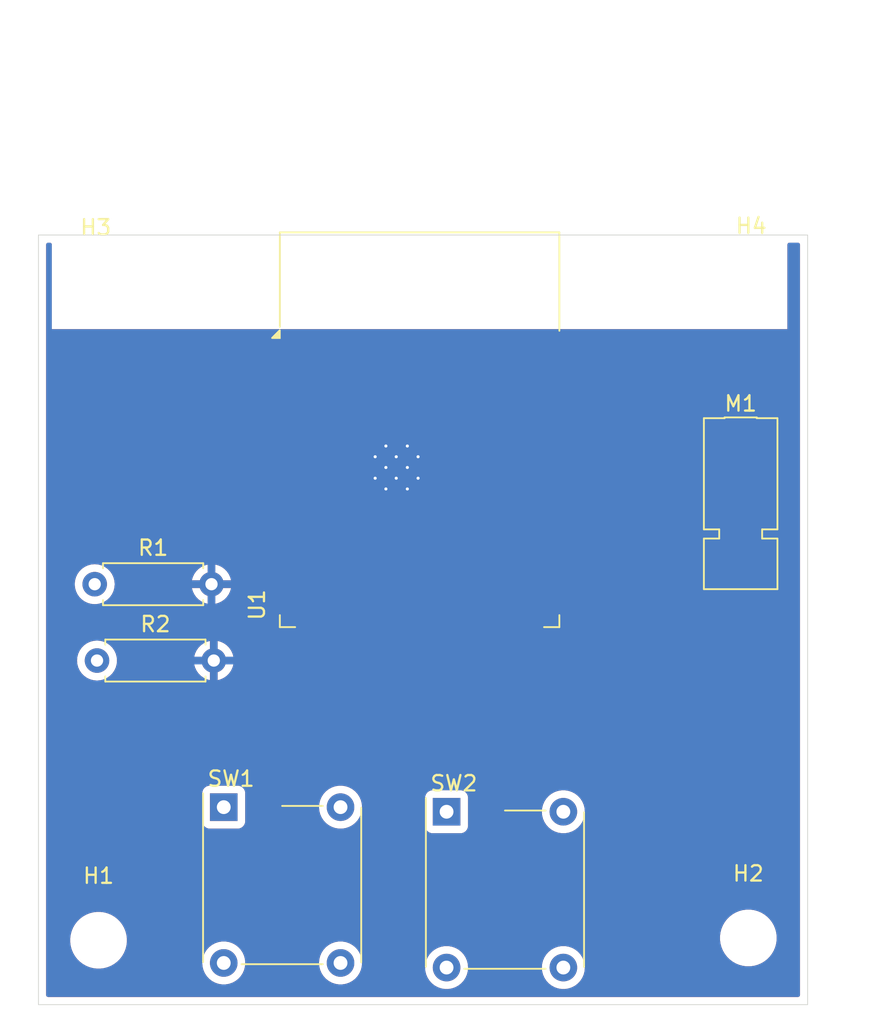
<source format=kicad_pcb>
(kicad_pcb (version 20241229) (generator "pcbnew") (generator_version "9.0")
  (layers (0 "F.Cu" signal) (2 "B.Cu" signal) (13 "F.Paste" user) (15 "B.Paste" user) (5 "F.SilkS" user "F.Silkscreen") (7 "B.SilkS" user "B.Silkscreen") (1 "F.Mask" user) (3 "B.Mask" user) (25 "Edge.Cuts" user))
  (net 0 "")
  (net 1 "/VIB_POS")
  (net 2 "GND")
  (net 3 "/INPUT_SW_1")
  (net 4 "/INPUT_SW_2")
  (net 31 "VCC")
  (footprint "Resistor_THT:R_Axial_DIN0207_L6.3mm_D2.5mm_P7.62mm_Horizontal" (layer "F.Cu") (at 121.28 92.37)
    (property "Reference" "R2" (at 3.81 -2.37 0) (layer "F.SilkS"))
    (property "Value" "18k")
    (fp_line (start 0.54 -1.37) (end 7.08 -1.37) (stroke (width 0.12)) (layer "F.SilkS"))
    (fp_line (start 0.54 -1.04) (end 0.54 -1.37) (stroke (width 0.12)) (layer "F.SilkS"))
    (fp_line (start 0.54 1.04) (end 0.54 1.37) (stroke (width 0.12)) (layer "F.SilkS"))
    (fp_line (start 0.54 1.37) (end 7.08 1.37) (stroke (width 0.12)) (layer "F.SilkS"))
    (fp_line (start 7.08 -1.37) (end 7.08 -1.04) (stroke (width 0.12)) (layer "F.SilkS"))
    (fp_line (start 7.08 1.37) (end 7.08 1.04) (stroke (width 0.12)) (layer "F.SilkS"))
    (pad "1" thru_hole circle (at 0 0) (size 1.6 1.6) (drill 0.8) (layers "*.Cu" "*.Mask") (net 4 "/INPUT_SW_2"))
    (pad "2" thru_hole oval (at 7.62 0) (size 1.6 1.6) (drill 0.8) (layers "*.Cu" "*.Mask") (net 2 "GND"))
  )
  (footprint "MountingHole:MountingHole_3.2mm_M3" (layer "F.Cu") (at 121.38 110.61)
    (property "Reference" "H1" (at 0 -4.2 0) (layer "F.SilkS"))
    (property "Value" "M3")
    (pad "" np_thru_hole circle (at 0 0) (size 3.2 3.2) (drill 3.2) (layers "*.Cu" "*.Mask"))
  )
  (footprint "Button_Switch_THT:SW_MEC_5GTH9" (layer "F.Cu") (at 144.09 102.23)
    (property "Reference" "SW2" (at 0.475 -1.85 180) (layer "F.SilkS"))
    (property "Value" "SW")
    (fp_line (start -1.35 -0.9) (end -1.35 10.11) (stroke (width 0.12)) (layer "F.SilkS"))
    (fp_line (start 1.16 10.24) (end 6.46 10.24) (stroke (width 0.12)) (layer "F.SilkS"))
    (fp_line (start 6.46 -0.08) (end 3.81 -0.08) (stroke (width 0.12)) (layer "F.SilkS"))
    (fp_line (start 8.97 0.04) (end 8.97 10.12) (stroke (width 0.12)) (layer "F.SilkS"))
    (pad "1" thru_hole rect (at 0 0 90) (size 1.8 1.8) (drill 0.9) (layers "*.Cu" "*.Mask") (net 4 "/INPUT_SW_2"))
    (pad "1" thru_hole circle (at 0 10.16 90) (size 1.8 1.8) (drill 0.9) (layers "*.Cu" "*.Mask") (net 4 "/INPUT_SW_2"))
    (pad "2" thru_hole circle (at 7.62 0 90) (size 1.8 1.8) (drill 0.9) (layers "*.Cu" "*.Mask") (net 4 "/INPUT_SW_2"))
    (pad "2" thru_hole circle (at 7.62 10.16 90) (size 1.8 1.8) (drill 0.9) (layers "*.Cu" "*.Mask") (net 4 "/INPUT_SW_2"))
  )
  (footprint "Motors:Vybronics_VZ30C1T8219732L" (layer "F.Cu") (at 163.28 82.115)
    (property "Reference" "M1" (at 0 -6.5 0) (layer "F.SilkS"))
    (property "Value" "Motor_DC")
    (fp_line (start -2.4 -5.55) (end -1.05 -5.55) (stroke (width 0.12)) (layer "F.SilkS"))
    (fp_line (start -2.4 -5.2) (end -2.4 -5.55) (stroke (width 0.12)) (layer "F.SilkS"))
    (fp_line (start -2.4 1.7) (end -2.4 -5.2) (stroke (width 0.12)) (layer "F.SilkS"))
    (fp_line (start -2.4 2.3) (end -1.4 2.3) (stroke (width 0.12)) (layer "F.SilkS"))
    (fp_line (start -2.4 5.6) (end -2.4 2.3) (stroke (width 0.12)) (layer "F.SilkS"))
    (fp_line (start -1.4 1.7) (end -2.4 1.7) (stroke (width 0.12)) (layer "F.SilkS"))
    (fp_line (start -1.4 2.3) (end -1.4 1.7) (stroke (width 0.12)) (layer "F.SilkS"))
    (fp_line (start -1.05 -5.6) (end 1.05 -5.6) (stroke (width 0.12)) (layer "F.SilkS"))
    (fp_line (start -1.05 -5.55) (end -1.05 -5.6) (stroke (width 0.12)) (layer "F.SilkS"))
    (fp_line (start 1.05 -5.6) (end 1.05 -5.55) (stroke (width 0.12)) (layer "F.SilkS"))
    (fp_line (start 1.05 -5.55) (end 2.4 -5.55) (stroke (width 0.12)) (layer "F.SilkS"))
    (fp_line (start 1.4 1.7) (end 1.4 2.3) (stroke (width 0.12)) (layer "F.SilkS"))
    (fp_line (start 1.4 2.3) (end 2.4 2.3) (stroke (width 0.12)) (layer "F.SilkS"))
    (fp_line (start 2.4 -5.55) (end 2.4 -5.2) (stroke (width 0.12)) (layer "F.SilkS"))
    (fp_line (start 2.4 -5.2) (end 2.4 1.7) (stroke (width 0.12)) (layer "F.SilkS"))
    (fp_line (start 2.4 1.7) (end 1.4 1.7) (stroke (width 0.12)) (layer "F.SilkS"))
    (fp_line (start 2.4 2.3) (end 2.4 5.6) (stroke (width 0.12)) (layer "F.SilkS"))
    (fp_line (start 2.4 5.6) (end -2.4 5.6) (stroke (width 0.12)) (layer "F.SilkS"))
    (pad "1" smd rect (at -1.65 -4.35 270) (size 1.3 1.1) (layers "F.Cu" "F.Mask" "F.Paste") (net 1 "/VIB_POS"))
    (pad "2" smd rect (at 1.65 -4.35 270) (size 1.3 1.1) (layers "F.Cu" "F.Mask" "F.Paste") (net 2 "GND"))
    (pad "SH" smd rect (at -0.8 1.525) (size 1 0.65) (layers "F.Cu" "F.Mask" "F.Paste"))
    (pad "SH" smd rect (at 0 -3.85 270) (size 1.5 1) (layers "F.Cu" "F.Mask" "F.Paste"))
    (pad "SH" smd rect (at 0 -0.95 270) (size 4.3 3.4) (layers "F.Cu" "F.Mask"))
    (pad "SH" smd rect (at 0.8 1.525) (size 1 0.65) (layers "F.Cu" "F.Mask" "F.Paste"))
  )
  (footprint "MountingHole:MountingHole_3.2mm_M3" (layer "F.Cu") (at 163.78 110.46)
    (property "Reference" "H2" (at 0 -4.2 0) (layer "F.SilkS"))
    (property "Value" "M3")
    (pad "" np_thru_hole circle (at 0 0) (size 3.2 3.2) (drill 3.2) (layers "*.Cu" "*.Mask"))
  )
  (footprint "Button_Switch_THT:SW_MEC_5GTH9" (layer "F.Cu") (at 129.55 101.93)
    (property "Reference" "SW1" (at 0.475 -1.85 180) (layer "F.SilkS"))
    (property "Value" "SW")
    (fp_line (start -1.35 -0.9) (end -1.35 10.11) (stroke (width 0.12)) (layer "F.SilkS"))
    (fp_line (start 1.16 10.24) (end 6.46 10.24) (stroke (width 0.12)) (layer "F.SilkS"))
    (fp_line (start 6.46 -0.08) (end 3.81 -0.08) (stroke (width 0.12)) (layer "F.SilkS"))
    (fp_line (start 8.97 0.04) (end 8.97 10.12) (stroke (width 0.12)) (layer "F.SilkS"))
    (pad "1" thru_hole rect (at 0 0 90) (size 1.8 1.8) (drill 0.9) (layers "*.Cu" "*.Mask") (net 3 "/INPUT_SW_1"))
    (pad "1" thru_hole circle (at 0 10.16 90) (size 1.8 1.8) (drill 0.9) (layers "*.Cu" "*.Mask") (net 3 "/INPUT_SW_1"))
    (pad "2" thru_hole circle (at 7.62 0 90) (size 1.8 1.8) (drill 0.9) (layers "*.Cu" "*.Mask") (net 3 "/INPUT_SW_1"))
    (pad "2" thru_hole circle (at 7.62 10.16 90) (size 1.8 1.8) (drill 0.9) (layers "*.Cu" "*.Mask") (net 3 "/INPUT_SW_1"))
  )
  (footprint "MountingHole:MountingHole_3.2mm_M3" (layer "F.Cu") (at 121.2 68.33)
    (property "Reference" "H3" (at 0 -4.2 0) (layer "F.SilkS"))
    (property "Value" "M3")
    (pad "" np_thru_hole circle (at 0 0) (size 3.2 3.2) (drill 3.2) (layers "*.Cu" "*.Mask"))
  )
  (footprint "RF_Module:ESP32-WROOM-32D" (layer "F.Cu") (at 142.33 80.31)
    (property "Reference" "U1" (at -10.61 8.43 90) (layer "F.SilkS"))
    (property "Value" "ESP32-WROOM-32D")
    (fp_line (start -9.12 -15.86) (end -9.12 -9.7) (stroke (width 0.12)) (layer "F.SilkS"))
    (fp_line (start -9.12 -15.86) (end 9.12 -15.86) (stroke (width 0.12)) (layer "F.SilkS"))
    (fp_line (start -9.12 9.1) (end -9.12 9.88) (stroke (width 0.12)) (layer "F.SilkS"))
    (fp_line (start -9.12 9.88) (end -8.12 9.88) (stroke (width 0.12)) (layer "F.SilkS"))
    (fp_line (start 9.12 -15.86) (end 9.12 -9.445) (stroke (width 0.12)) (layer "F.SilkS"))
    (fp_line (start 9.12 9.1) (end 9.12 9.88) (stroke (width 0.12)) (layer "F.SilkS"))
    (fp_line (start 9.12 9.88) (end 8.12 9.88) (stroke (width 0.12)) (layer "F.SilkS"))
    (fp_poly (pts (xy -9.125 -8.975) (xy -9.625 -8.975) (xy -9.125 -9.475) (xy -9.125 -8.975)) (stroke (width 0.12)) (fill yes) (layer "F.SilkS"))
    (pad "1" smd rect (at -8.75 -8.25) (size 1.5 0.9) (layers "F.Cu" "F.Mask" "F.Paste") (net 2 "GND"))
    (pad "2" smd rect (at -8.75 -6.98) (size 1.5 0.9) (layers "F.Cu" "F.Mask" "F.Paste") (net 31 "VCC"))
    (pad "3" smd rect (at -8.75 -5.71) (size 1.5 0.9) (layers "F.Cu" "F.Mask" "F.Paste"))
    (pad "4" smd rect (at -8.75 -4.44) (size 1.5 0.9) (layers "F.Cu" "F.Mask" "F.Paste"))
    (pad "5" smd rect (at -8.75 -3.17) (size 1.5 0.9) (layers "F.Cu" "F.Mask" "F.Paste"))
    (pad "6" smd rect (at -8.75 -1.9) (size 1.5 0.9) (layers "F.Cu" "F.Mask" "F.Paste") (net 3 "/INPUT_SW_1"))
    (pad "7" smd rect (at -8.75 -0.63) (size 1.5 0.9) (layers "F.Cu" "F.Mask" "F.Paste"))
    (pad "8" smd rect (at -8.75 0.64) (size 1.5 0.9) (layers "F.Cu" "F.Mask" "F.Paste"))
    (pad "9" smd rect (at -8.75 1.91) (size 1.5 0.9) (layers "F.Cu" "F.Mask" "F.Paste"))
    (pad "10" smd rect (at -8.75 3.18) (size 1.5 0.9) (layers "F.Cu" "F.Mask" "F.Paste"))
    (pad "11" smd rect (at -8.75 4.45) (size 1.5 0.9) (layers "F.Cu" "F.Mask" "F.Paste"))
    (pad "12" smd rect (at -8.75 5.72) (size 1.5 0.9) (layers "F.Cu" "F.Mask" "F.Paste"))
    (pad "13" smd rect (at -8.75 6.99) (size 1.5 0.9) (layers "F.Cu" "F.Mask" "F.Paste"))
    (pad "14" smd rect (at -8.75 8.26) (size 1.5 0.9) (layers "F.Cu" "F.Mask" "F.Paste"))
    (pad "15" smd rect (at -5.71 9.51 90) (size 1.5 0.9) (layers "F.Cu" "F.Mask" "F.Paste") (net 2 "GND"))
    (pad "16" smd rect (at -4.44 9.51 90) (size 1.5 0.9) (layers "F.Cu" "F.Mask" "F.Paste"))
    (pad "17" smd rect (at -3.17 9.51 90) (size 1.5 0.9) (layers "F.Cu" "F.Mask" "F.Paste"))
    (pad "18" smd rect (at -1.9 9.51 90) (size 1.5 0.9) (layers "F.Cu" "F.Mask" "F.Paste"))
    (pad "19" smd rect (at -0.63 9.51 90) (size 1.5 0.9) (layers "F.Cu" "F.Mask" "F.Paste"))
    (pad "20" smd rect (at 0.64 9.51 90) (size 1.5 0.9) (layers "F.Cu" "F.Mask" "F.Paste"))
    (pad "21" smd rect (at 1.91 9.51 90) (size 1.5 0.9) (layers "F.Cu" "F.Mask" "F.Paste"))
    (pad "22" smd rect (at 3.18 9.51 90) (size 1.5 0.9) (layers "F.Cu" "F.Mask" "F.Paste"))
    (pad "23" smd rect (at 4.45 9.51 90) (size 1.5 0.9) (layers "F.Cu" "F.Mask" "F.Paste"))
    (pad "24" smd rect (at 5.72 9.51 90) (size 1.5 0.9) (layers "F.Cu" "F.Mask" "F.Paste"))
    (pad "25" smd rect (at 8.75 8.26) (size 1.5 0.9) (layers "F.Cu" "F.Mask" "F.Paste"))
    (pad "26" smd rect (at 8.75 6.99) (size 1.5 0.9) (layers "F.Cu" "F.Mask" "F.Paste"))
    (pad "27" smd rect (at 8.75 5.72) (size 1.5 0.9) (layers "F.Cu" "F.Mask" "F.Paste"))
    (pad "28" smd rect (at 8.75 4.45) (size 1.5 0.9) (layers "F.Cu" "F.Mask" "F.Paste"))
    (pad "29" smd rect (at 8.75 3.18) (size 1.5 0.9) (layers "F.Cu" "F.Mask" "F.Paste"))
    (pad "30" smd rect (at 8.75 1.91) (size 1.5 0.9) (layers "F.Cu" "F.Mask" "F.Paste") (net 1 "/VIB_POS"))
    (pad "31" smd rect (at 8.75 0.64) (size 1.5 0.9) (layers "F.Cu" "F.Mask" "F.Paste"))
    (pad "32" smd rect (at 8.75 -0.63) (size 1.5 0.9) (layers "F.Cu" "F.Mask" "F.Paste"))
    (pad "33" smd rect (at 8.75 -1.9) (size 1.5 0.9) (layers "F.Cu" "F.Mask" "F.Paste"))
    (pad "34" smd rect (at 8.75 -3.17) (size 1.5 0.9) (layers "F.Cu" "F.Mask" "F.Paste"))
    (pad "35" smd rect (at 8.75 -4.44) (size 1.5 0.9) (layers "F.Cu" "F.Mask" "F.Paste"))
    (pad "36" smd rect (at 8.75 -5.71) (size 1.5 0.9) (layers "F.Cu" "F.Mask" "F.Paste"))
    (pad "37" smd rect (at 8.75 -6.98) (size 1.5 0.9) (layers "F.Cu" "F.Mask" "F.Paste") (net 4 "/INPUT_SW_2"))
    (pad "38" smd rect (at 8.75 -8.25) (size 1.5 0.9) (layers "F.Cu" "F.Mask" "F.Paste") (net 2 "GND"))
    (pad "39" smd rect (at -2.9 -1.93) (size 0.9 0.9) (layers "F.Cu" "F.Paste") (net 2 "GND"))
    (pad "39" thru_hole circle (at -2.9 -1.23) (size 0.6 0.6) (drill 0.2) (property pad_prop_heatsink) (layers "*.Cu" "F.Mask") (net 2 "GND"))
    (pad "39" smd rect (at -2.9 -0.53) (size 0.9 0.9) (layers "F.Cu" "F.Paste") (net 2 "GND"))
    (pad "39" thru_hole circle (at -2.9 0.17) (size 0.6 0.6) (drill 0.2) (property pad_prop_heatsink) (layers "*.Cu" "F.Mask") (net 2 "GND"))
    (pad "39" smd rect (at -2.9 0.87) (size 0.9 0.9) (layers "F.Cu" "F.Paste") (net 2 "GND"))
    (pad "39" thru_hole circle (at -2.2 -1.93) (size 0.6 0.6) (drill 0.2) (property pad_prop_heatsink) (layers "*.Cu" "F.Mask") (net 2 "GND"))
    (pad "39" thru_hole circle (at -2.2 -0.53) (size 0.6 0.6) (drill 0.2) (property pad_prop_heatsink) (layers "*.Cu" "F.Mask") (net 2 "GND"))
    (pad "39" thru_hole circle (at -2.2 0.87) (size 0.6 0.6) (drill 0.2) (property pad_prop_heatsink) (layers "*.Cu" "F.Mask") (net 2 "GND"))
    (pad "39" thru_hole circle (at -1.525 -1.23) (size 0.6 0.6) (drill 0.2) (property pad_prop_heatsink) (layers "*.Cu" "F.Mask") (net 2 "GND"))
    (pad "39" thru_hole circle (at -1.525 0.17) (size 0.6 0.6) (drill 0.2) (property pad_prop_heatsink) (layers "*.Cu" "F.Mask") (net 2 "GND"))
    (pad "39" smd rect (at -1.5 -1.93) (size 0.9 0.9) (layers "F.Cu" "F.Paste") (net 2 "GND"))
    (pad "39" smd rect (at -1.5 -0.53) (size 0.9 0.9) (layers "F.Cu" "F.Paste") (net 2 "GND"))
    (pad "39" smd rect (at -1.5 -0.53) (size 3.8 3.8) (layers "F.Cu" "F.Mask") (net 2 "GND"))
    (pad "39" smd rect (at -1.5 0.87) (size 0.9 0.9) (layers "F.Cu" "F.Paste") (net 2 "GND"))
    (pad "39" thru_hole circle (at -0.8 -1.93) (size 0.6 0.6) (drill 0.2) (property pad_prop_heatsink) (layers "*.Cu" "F.Mask") (net 2 "GND"))
    (pad "39" thru_hole circle (at -0.8 -0.53) (size 0.6 0.6) (drill 0.2) (property pad_prop_heatsink) (layers "*.Cu" "F.Mask") (net 2 "GND"))
    (pad "39" thru_hole circle (at -0.8 0.87) (size 0.6 0.6) (drill 0.2) (property pad_prop_heatsink) (layers "*.Cu" "F.Mask") (net 2 "GND"))
    (pad "39" smd rect (at -0.1 -1.93) (size 0.9 0.9) (layers "F.Cu" "F.Paste") (net 2 "GND"))
    (pad "39" thru_hole circle (at -0.1 -1.23) (size 0.6 0.6) (drill 0.2) (property pad_prop_heatsink) (layers "*.Cu" "F.Mask") (net 2 "GND"))
    (pad "39" smd rect (at -0.1 -0.53) (size 0.9 0.9) (layers "F.Cu" "F.Paste") (net 2 "GND"))
    (pad "39" thru_hole circle (at -0.1 0.17) (size 0.6 0.6) (drill 0.2) (property pad_prop_heatsink) (layers "*.Cu" "F.Mask") (net 2 "GND"))
    (pad "39" smd rect (at -0.1 0.87) (size 0.9 0.9) (layers "F.Cu" "F.Paste") (net 2 "GND"))
    (zone (net 0) (net_name "") (layers "F.Cu" "B.Cu") (connect_pads (clearance 0)) (min_thickness 0.254)
      (keepout (tracks not_allowed) (vias not_allowed) (pads not_allowed) (copperpour not_allowed) (footprints not_allowed))
      (fill (thermal_gap 0.508) (thermal_bridge_width 0.508))
      (polygon (pts (xy 118.33 70.76) (xy 166.33 70.76) (xy 166.33 49.57) (xy 118.33 49.57)))
    )
  )
  (footprint "MountingHole:MountingHole_3.2mm_M3" (layer "F.Cu") (at 163.97 68.23)
    (property "Reference" "H4" (at 0 -4.2 0) (layer "F.SilkS"))
    (property "Value" "M3")
    (pad "" np_thru_hole circle (at 0 0) (size 3.2 3.2) (drill 3.2) (layers "*.Cu" "*.Mask"))
  )
  (footprint "Resistor_THT:R_Axial_DIN0207_L6.3mm_D2.5mm_P7.62mm_Horizontal" (layer "F.Cu") (at 121.13 87.39)
    (property "Reference" "R1" (at 3.81 -2.37 0) (layer "F.SilkS"))
    (property "Value" "18k")
    (fp_line (start 0.54 -1.37) (end 7.08 -1.37) (stroke (width 0.12)) (layer "F.SilkS"))
    (fp_line (start 0.54 -1.04) (end 0.54 -1.37) (stroke (width 0.12)) (layer "F.SilkS"))
    (fp_line (start 0.54 1.04) (end 0.54 1.37) (stroke (width 0.12)) (layer "F.SilkS"))
    (fp_line (start 0.54 1.37) (end 7.08 1.37) (stroke (width 0.12)) (layer "F.SilkS"))
    (fp_line (start 7.08 -1.37) (end 7.08 -1.04) (stroke (width 0.12)) (layer "F.SilkS"))
    (fp_line (start 7.08 1.37) (end 7.08 1.04) (stroke (width 0.12)) (layer "F.SilkS"))
    (pad "1" thru_hole circle (at 0 0) (size 1.6 1.6) (drill 0.8) (layers "*.Cu" "*.Mask") (net 3 "/INPUT_SW_1"))
    (pad "2" thru_hole oval (at 7.62 0) (size 1.6 1.6) (drill 0.8) (layers "*.Cu" "*.Mask") (net 2 "GND"))
  )
  (gr_rect (start 117.46 64.62) (end 167.65 114.81) (stroke (width 0.05)) (fill no) (layer "Edge.Cuts"))
  (zone (net 2) (net_name "GND") (layers "F.Cu" "B.Cu") (connect_pads (clearance 0.5)) (min_thickness 0.25) (fill yes (thermal_gap 0.5) (thermal_bridge_width 0.5))
    (polygon (pts (xy 114.95 62.5) (xy 171.73 62.5) (xy 171.73 115.7) (xy 171.42 116.01) (xy 115.9 116.01) (xy 114.95 115.06)))
  )
)
</source>
